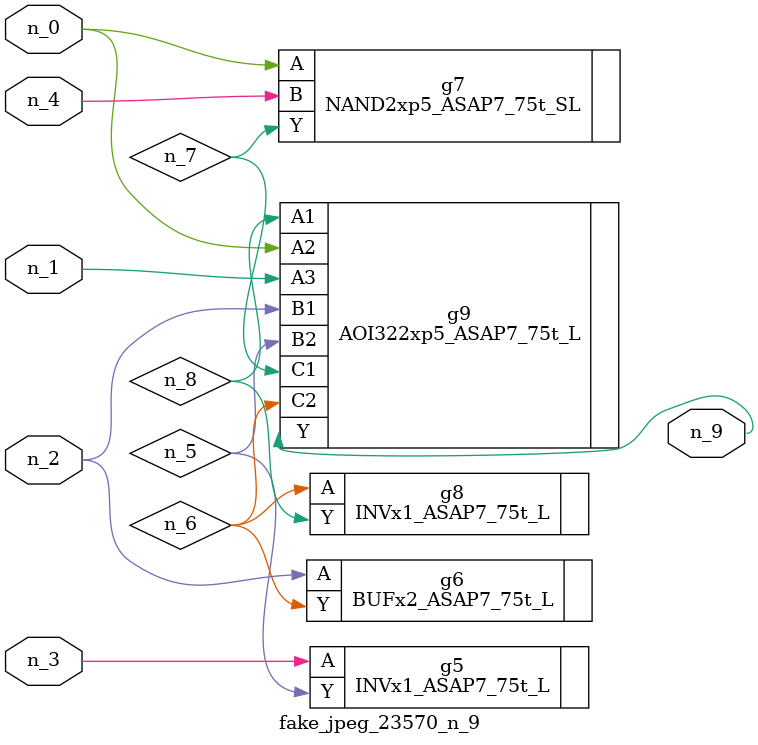
<source format=v>
module fake_jpeg_23570_n_9 (n_3, n_2, n_1, n_0, n_4, n_9);

input n_3;
input n_2;
input n_1;
input n_0;
input n_4;

output n_9;

wire n_8;
wire n_6;
wire n_5;
wire n_7;

INVx1_ASAP7_75t_L g5 ( 
.A(n_3),
.Y(n_5)
);

BUFx2_ASAP7_75t_L g6 ( 
.A(n_2),
.Y(n_6)
);

NAND2xp5_ASAP7_75t_SL g7 ( 
.A(n_0),
.B(n_4),
.Y(n_7)
);

INVx1_ASAP7_75t_L g8 ( 
.A(n_6),
.Y(n_8)
);

AOI322xp5_ASAP7_75t_L g9 ( 
.A1(n_8),
.A2(n_0),
.A3(n_1),
.B1(n_2),
.B2(n_5),
.C1(n_7),
.C2(n_6),
.Y(n_9)
);


endmodule
</source>
